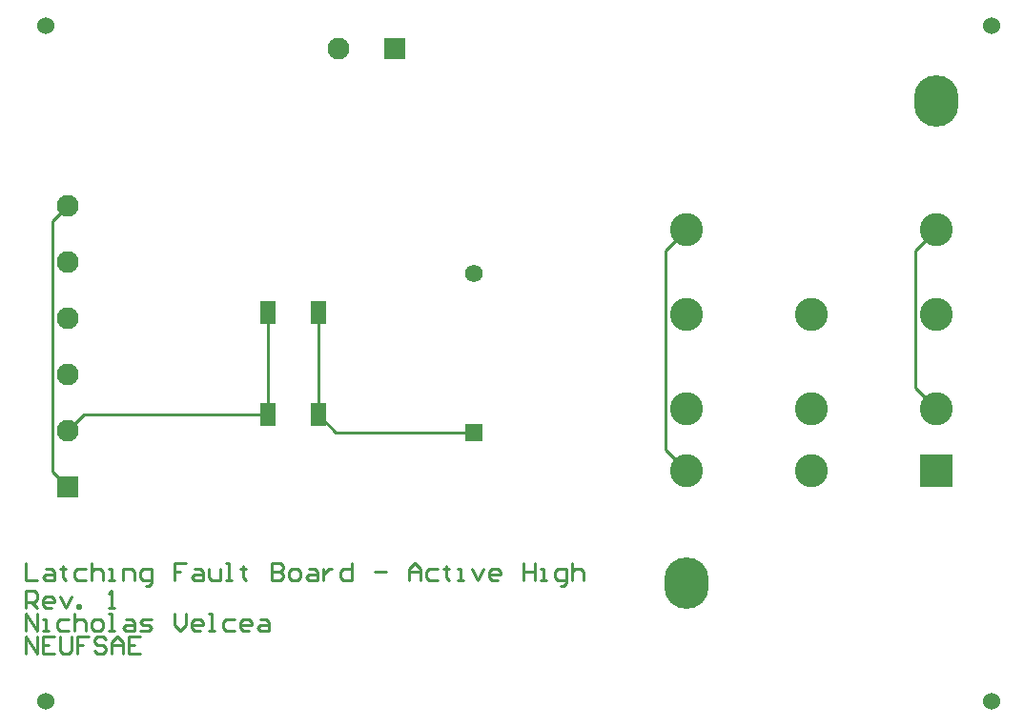
<source format=gtl>
G04*
G04 #@! TF.GenerationSoftware,Altium Limited,Altium Designer,20.1.8 (145)*
G04*
G04 Layer_Physical_Order=1*
G04 Layer_Color=255*
%FSLAX25Y25*%
%MOIN*%
G70*
G04*
G04 #@! TF.SameCoordinates,3D76E3EC-FEB2-46C7-AB75-6B0F0163D353*
G04*
G04*
G04 #@! TF.FilePolarity,Positive*
G04*
G01*
G75*
%ADD13C,0.01000*%
%ADD14R,0.05433X0.08268*%
%ADD19C,0.11535*%
%ADD20R,0.11535X0.11535*%
G04:AMPARAMS|DCode=21|XSize=155.9mil|YSize=179.92mil|CornerRadius=77.95mil|HoleSize=0mil|Usage=FLASHONLY|Rotation=180.000|XOffset=0mil|YOffset=0mil|HoleType=Round|Shape=RoundedRectangle|*
%AMROUNDEDRECTD21*
21,1,0.15590,0.02402,0,0,180.0*
21,1,0.00000,0.17992,0,0,180.0*
1,1,0.15590,0.00000,0.01201*
1,1,0.15590,0.00000,0.01201*
1,1,0.15590,0.00000,-0.01201*
1,1,0.15590,0.00000,-0.01201*
%
%ADD21ROUNDEDRECTD21*%
%ADD24R,0.07677X0.07677*%
%ADD25C,0.07677*%
%ADD26R,0.07677X0.07677*%
%ADD27C,0.06000*%
%ADD28R,0.06201X0.06201*%
%ADD29C,0.06201*%
D13*
X89100Y419809D02*
X94488Y425197D01*
X89100Y332160D02*
Y419809D01*
Y332160D02*
X94488Y326772D01*
X390800Y409639D02*
X398091Y416929D01*
X390800Y361621D02*
Y409639D01*
Y361621D02*
X398091Y354331D01*
X188150Y346063D02*
X236220D01*
X182047Y352165D02*
X188150Y346063D01*
X100197Y352165D02*
X164370D01*
X94488Y346457D02*
X100197Y352165D01*
X303300Y339790D02*
X310571Y332520D01*
X303300Y339790D02*
Y409658D01*
X310571Y416929D01*
X182047Y352165D02*
Y387992D01*
X164409Y370039D02*
Y387992D01*
X164370Y370000D02*
X164409Y370039D01*
X164370Y352165D02*
Y370000D01*
X79740Y268717D02*
Y274715D01*
X83739Y268717D01*
Y274715D01*
X89737D02*
X85738D01*
Y268717D01*
X89737D01*
X85738Y271716D02*
X87738D01*
X91736Y274715D02*
Y269716D01*
X92736Y268717D01*
X94735D01*
X95735Y269716D01*
Y274715D01*
X101733D02*
X97734D01*
Y271716D01*
X99734D01*
X97734D01*
Y268717D01*
X107731Y273715D02*
X106731Y274715D01*
X104732D01*
X103732Y273715D01*
Y272715D01*
X104732Y271716D01*
X106731D01*
X107731Y270716D01*
Y269716D01*
X106731Y268717D01*
X104732D01*
X103732Y269716D01*
X109731Y268717D02*
Y272715D01*
X111730Y274715D01*
X113729Y272715D01*
Y268717D01*
Y271716D01*
X109731D01*
X119727Y274715D02*
X115728D01*
Y268717D01*
X119727D01*
X115728Y271716D02*
X117728D01*
X79740Y284465D02*
Y290463D01*
X82739D01*
X83739Y289463D01*
Y287464D01*
X82739Y286464D01*
X79740D01*
X81739D02*
X83739Y284465D01*
X88737D02*
X86738D01*
X85738Y285464D01*
Y287464D01*
X86738Y288463D01*
X88737D01*
X89737Y287464D01*
Y286464D01*
X85738D01*
X91736Y288463D02*
X93736Y284465D01*
X95735Y288463D01*
X97734Y284465D02*
Y285464D01*
X98734D01*
Y284465D01*
X97734D01*
X108731D02*
X110730D01*
X109731D01*
Y290463D01*
X108731Y289463D01*
X79740Y276590D02*
Y282589D01*
X83739Y276590D01*
Y282589D01*
X85738Y276590D02*
X87738D01*
X86738D01*
Y280589D01*
X85738D01*
X94735D02*
X91736D01*
X90737Y279590D01*
Y277590D01*
X91736Y276590D01*
X94735D01*
X96735Y282589D02*
Y276590D01*
Y279590D01*
X97734Y280589D01*
X99734D01*
X100733Y279590D01*
Y276590D01*
X103732D02*
X105732D01*
X106731Y277590D01*
Y279590D01*
X105732Y280589D01*
X103732D01*
X102733Y279590D01*
Y277590D01*
X103732Y276590D01*
X108731D02*
X110730D01*
X109731D01*
Y282589D01*
X108731D01*
X114729Y280589D02*
X116728D01*
X117728Y279590D01*
Y276590D01*
X114729D01*
X113729Y277590D01*
X114729Y278590D01*
X117728D01*
X119727Y276590D02*
X122726D01*
X123726Y277590D01*
X122726Y278590D01*
X120727D01*
X119727Y279590D01*
X120727Y280589D01*
X123726D01*
X131723Y282589D02*
Y278590D01*
X133723Y276590D01*
X135722Y278590D01*
Y282589D01*
X140720Y276590D02*
X138721D01*
X137721Y277590D01*
Y279590D01*
X138721Y280589D01*
X140720D01*
X141720Y279590D01*
Y278590D01*
X137721D01*
X143719Y276590D02*
X145719D01*
X144719D01*
Y282589D01*
X143719D01*
X152717Y280589D02*
X149717D01*
X148718Y279590D01*
Y277590D01*
X149717Y276590D01*
X152717D01*
X157715D02*
X155716D01*
X154716Y277590D01*
Y279590D01*
X155716Y280589D01*
X157715D01*
X158715Y279590D01*
Y278590D01*
X154716D01*
X161714Y280589D02*
X163713D01*
X164713Y279590D01*
Y276590D01*
X161714D01*
X160714Y277590D01*
X161714Y278590D01*
X164713D01*
X79740Y300336D02*
Y294338D01*
X83739D01*
X86738Y298337D02*
X88737D01*
X89737Y297337D01*
Y294338D01*
X86738D01*
X85738Y295338D01*
X86738Y296337D01*
X89737D01*
X92736Y299336D02*
Y298337D01*
X91736D01*
X93736D01*
X92736D01*
Y295338D01*
X93736Y294338D01*
X100733Y298337D02*
X97734D01*
X96735Y297337D01*
Y295338D01*
X97734Y294338D01*
X100733D01*
X102733Y300336D02*
Y294338D01*
Y297337D01*
X103732Y298337D01*
X105732D01*
X106731Y297337D01*
Y294338D01*
X108731D02*
X110730D01*
X109731D01*
Y298337D01*
X108731D01*
X113729Y294338D02*
Y298337D01*
X116728D01*
X117728Y297337D01*
Y294338D01*
X121727Y292339D02*
X122726D01*
X123726Y293338D01*
Y298337D01*
X120727D01*
X119727Y297337D01*
Y295338D01*
X120727Y294338D01*
X123726D01*
X135722Y300336D02*
X131723D01*
Y297337D01*
X133723D01*
X131723D01*
Y294338D01*
X138721Y298337D02*
X140720D01*
X141720Y297337D01*
Y294338D01*
X138721D01*
X137721Y295338D01*
X138721Y296337D01*
X141720D01*
X143719Y298337D02*
Y295338D01*
X144719Y294338D01*
X147718D01*
Y298337D01*
X149717Y294338D02*
X151717D01*
X150717D01*
Y300336D01*
X149717D01*
X155716Y299336D02*
Y298337D01*
X154716D01*
X156715D01*
X155716D01*
Y295338D01*
X156715Y294338D01*
X165712Y300336D02*
Y294338D01*
X168711D01*
X169711Y295338D01*
Y296337D01*
X168711Y297337D01*
X165712D01*
X168711D01*
X169711Y298337D01*
Y299336D01*
X168711Y300336D01*
X165712D01*
X172710Y294338D02*
X174709D01*
X175709Y295338D01*
Y297337D01*
X174709Y298337D01*
X172710D01*
X171710Y297337D01*
Y295338D01*
X172710Y294338D01*
X178708Y298337D02*
X180708D01*
X181707Y297337D01*
Y294338D01*
X178708D01*
X177708Y295338D01*
X178708Y296337D01*
X181707D01*
X183706Y298337D02*
Y294338D01*
Y296337D01*
X184706Y297337D01*
X185706Y298337D01*
X186706D01*
X193703Y300336D02*
Y294338D01*
X190704D01*
X189705Y295338D01*
Y297337D01*
X190704Y298337D01*
X193703D01*
X201701Y297337D02*
X205699D01*
X213697Y294338D02*
Y298337D01*
X215696Y300336D01*
X217695Y298337D01*
Y294338D01*
Y297337D01*
X213697D01*
X223694Y298337D02*
X220695D01*
X219695Y297337D01*
Y295338D01*
X220695Y294338D01*
X223694D01*
X226693Y299336D02*
Y298337D01*
X225693D01*
X227692D01*
X226693D01*
Y295338D01*
X227692Y294338D01*
X230691D02*
X232691D01*
X231691D01*
Y298337D01*
X230691D01*
X235690D02*
X237689Y294338D01*
X239688Y298337D01*
X244687Y294338D02*
X242687D01*
X241688Y295338D01*
Y297337D01*
X242687Y298337D01*
X244687D01*
X245687Y297337D01*
Y296337D01*
X241688D01*
X253684Y300336D02*
Y294338D01*
Y297337D01*
X257683D01*
Y300336D01*
Y294338D01*
X259682D02*
X261681D01*
X260682D01*
Y298337D01*
X259682D01*
X266680Y292339D02*
X267679D01*
X268679Y293338D01*
Y298337D01*
X265680D01*
X264680Y297337D01*
Y295338D01*
X265680Y294338D01*
X268679D01*
X270678Y300336D02*
Y294338D01*
Y297337D01*
X271678Y298337D01*
X273677D01*
X274677Y297337D01*
Y294338D01*
D14*
X164370Y352165D02*
D03*
X164409Y387992D02*
D03*
X182047Y352165D02*
D03*
Y387992D02*
D03*
D19*
X310571Y416929D02*
D03*
X398091D02*
D03*
X310571Y387126D02*
D03*
X354331D02*
D03*
X398091D02*
D03*
X310571Y354331D02*
D03*
X354331D02*
D03*
X398091D02*
D03*
X310571Y332520D02*
D03*
X354331D02*
D03*
D20*
X398091D02*
D03*
D21*
Y461929D02*
D03*
X310571Y293228D02*
D03*
D24*
X208661Y480315D02*
D03*
D25*
X188976D02*
D03*
X94488Y425197D02*
D03*
Y405512D02*
D03*
Y385827D02*
D03*
Y366142D02*
D03*
Y346457D02*
D03*
D26*
Y326772D02*
D03*
D27*
X417323Y251969D02*
D03*
X86614D02*
D03*
X417323Y488189D02*
D03*
X86614D02*
D03*
D28*
X236220Y346063D02*
D03*
D29*
Y401575D02*
D03*
M02*

</source>
